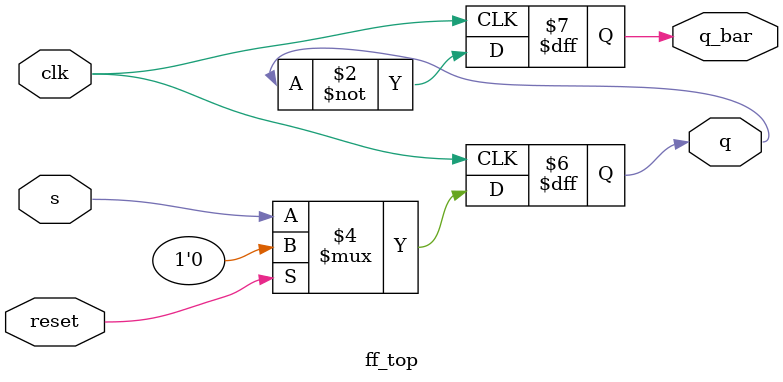
<source format=sv>

module ff_top(
    input logic clk,
    input logic s,
    input logic reset,
    output logic q,
    output logic q_bar
);

always_ff @(posedge clk) begin
    if (reset)
        q <= 1'b0;
    else
        q <= s;
    q_bar <= ~q;
end

endmodule

</source>
